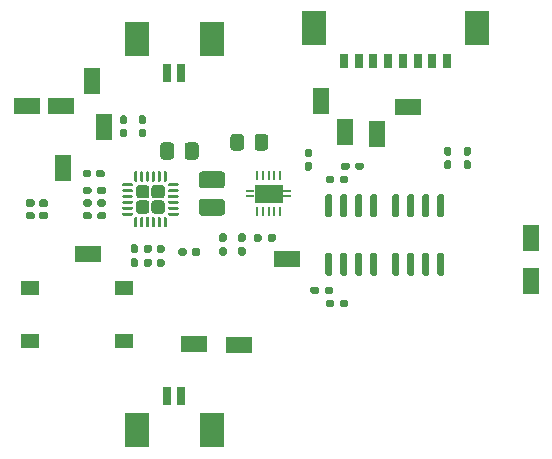
<source format=gbr>
%TF.GenerationSoftware,KiCad,Pcbnew,(5.1.12-1-10_14)*%
%TF.CreationDate,2022-02-15T12:54:36-08:00*%
%TF.ProjectId,g3_power,67335f70-6f77-4657-922e-6b696361645f,rev?*%
%TF.SameCoordinates,Original*%
%TF.FileFunction,Paste,Top*%
%TF.FilePolarity,Positive*%
%FSLAX46Y46*%
G04 Gerber Fmt 4.6, Leading zero omitted, Abs format (unit mm)*
G04 Created by KiCad (PCBNEW (5.1.12-1-10_14)) date 2022-02-15 12:54:36*
%MOMM*%
%LPD*%
G01*
G04 APERTURE LIST*
%ADD10R,1.400000X2.200000*%
%ADD11R,2.200000X1.400000*%
%ADD12R,0.700000X0.280000*%
%ADD13C,0.280000*%
%ADD14R,0.280000X0.710000*%
%ADD15R,2.400000X1.650000*%
%ADD16R,1.550000X1.300000*%
%ADD17R,0.800000X1.300000*%
%ADD18R,2.100000X3.000000*%
%ADD19R,0.800000X1.600000*%
G04 APERTURE END LIST*
D10*
%TO.C,TP104*%
X218025000Y-80900000D03*
%TD*%
%TO.C,TP115*%
X254200000Y-93900000D03*
%TD*%
D11*
%TO.C,TP114*%
X229500000Y-99300000D03*
%TD*%
%TO.C,TP113*%
X214400000Y-79100000D03*
%TD*%
%TO.C,TP112*%
X243800000Y-79200000D03*
%TD*%
%TO.C,TP111*%
X216725000Y-91600000D03*
%TD*%
D10*
%TO.C,TP110*%
X236450000Y-78700000D03*
%TD*%
%TO.C,TP109*%
X238450000Y-81250000D03*
%TD*%
%TO.C,TP108*%
X241175000Y-81450000D03*
%TD*%
D11*
%TO.C,TP107*%
X225700000Y-99200000D03*
%TD*%
D10*
%TO.C,TP106*%
X254200000Y-90300000D03*
%TD*%
D11*
%TO.C,TP105*%
X211550000Y-79100000D03*
%TD*%
D10*
%TO.C,TP103*%
X217075000Y-76950000D03*
%TD*%
%TO.C,TP102*%
X214625000Y-84325000D03*
%TD*%
D11*
%TO.C,TP101*%
X233525000Y-92075000D03*
%TD*%
%TO.C,C110*%
G36*
G01*
X247325000Y-83287500D02*
X247015000Y-83287500D01*
G75*
G02*
X246860000Y-83132500I0J155000D01*
G01*
X246860000Y-82707500D01*
G75*
G02*
X247015000Y-82552500I155000J0D01*
G01*
X247325000Y-82552500D01*
G75*
G02*
X247480000Y-82707500I0J-155000D01*
G01*
X247480000Y-83132500D01*
G75*
G02*
X247325000Y-83287500I-155000J0D01*
G01*
G37*
G36*
G01*
X247325000Y-84422500D02*
X247015000Y-84422500D01*
G75*
G02*
X246860000Y-84267500I0J155000D01*
G01*
X246860000Y-83842500D01*
G75*
G02*
X247015000Y-83687500I155000J0D01*
G01*
X247325000Y-83687500D01*
G75*
G02*
X247480000Y-83842500I0J-155000D01*
G01*
X247480000Y-84267500D01*
G75*
G02*
X247325000Y-84422500I-155000J0D01*
G01*
G37*
%TD*%
%TO.C,C109*%
G36*
G01*
X235525000Y-83440000D02*
X235215000Y-83440000D01*
G75*
G02*
X235060000Y-83285000I0J155000D01*
G01*
X235060000Y-82860000D01*
G75*
G02*
X235215000Y-82705000I155000J0D01*
G01*
X235525000Y-82705000D01*
G75*
G02*
X235680000Y-82860000I0J-155000D01*
G01*
X235680000Y-83285000D01*
G75*
G02*
X235525000Y-83440000I-155000J0D01*
G01*
G37*
G36*
G01*
X235525000Y-84575000D02*
X235215000Y-84575000D01*
G75*
G02*
X235060000Y-84420000I0J155000D01*
G01*
X235060000Y-83995000D01*
G75*
G02*
X235215000Y-83840000I155000J0D01*
G01*
X235525000Y-83840000D01*
G75*
G02*
X235680000Y-83995000I0J-155000D01*
G01*
X235680000Y-84420000D01*
G75*
G02*
X235525000Y-84575000I-155000J0D01*
G01*
G37*
%TD*%
%TO.C,C108*%
G36*
G01*
X248985000Y-83290000D02*
X248675000Y-83290000D01*
G75*
G02*
X248520000Y-83135000I0J155000D01*
G01*
X248520000Y-82710000D01*
G75*
G02*
X248675000Y-82555000I155000J0D01*
G01*
X248985000Y-82555000D01*
G75*
G02*
X249140000Y-82710000I0J-155000D01*
G01*
X249140000Y-83135000D01*
G75*
G02*
X248985000Y-83290000I-155000J0D01*
G01*
G37*
G36*
G01*
X248985000Y-84425000D02*
X248675000Y-84425000D01*
G75*
G02*
X248520000Y-84270000I0J155000D01*
G01*
X248520000Y-83845000D01*
G75*
G02*
X248675000Y-83690000I155000J0D01*
G01*
X248985000Y-83690000D01*
G75*
G02*
X249140000Y-83845000I0J-155000D01*
G01*
X249140000Y-84270000D01*
G75*
G02*
X248985000Y-84425000I-155000J0D01*
G01*
G37*
%TD*%
%TO.C,C107*%
G36*
G01*
X227985000Y-91017500D02*
X228295000Y-91017500D01*
G75*
G02*
X228450000Y-91172500I0J-155000D01*
G01*
X228450000Y-91597500D01*
G75*
G02*
X228295000Y-91752500I-155000J0D01*
G01*
X227985000Y-91752500D01*
G75*
G02*
X227830000Y-91597500I0J155000D01*
G01*
X227830000Y-91172500D01*
G75*
G02*
X227985000Y-91017500I155000J0D01*
G01*
G37*
G36*
G01*
X227985000Y-89882500D02*
X228295000Y-89882500D01*
G75*
G02*
X228450000Y-90037500I0J-155000D01*
G01*
X228450000Y-90462500D01*
G75*
G02*
X228295000Y-90617500I-155000J0D01*
G01*
X227985000Y-90617500D01*
G75*
G02*
X227830000Y-90462500I0J155000D01*
G01*
X227830000Y-90037500D01*
G75*
G02*
X227985000Y-89882500I155000J0D01*
G01*
G37*
%TD*%
%TO.C,C106*%
G36*
G01*
X229585000Y-91017500D02*
X229895000Y-91017500D01*
G75*
G02*
X230050000Y-91172500I0J-155000D01*
G01*
X230050000Y-91597500D01*
G75*
G02*
X229895000Y-91752500I-155000J0D01*
G01*
X229585000Y-91752500D01*
G75*
G02*
X229430000Y-91597500I0J155000D01*
G01*
X229430000Y-91172500D01*
G75*
G02*
X229585000Y-91017500I155000J0D01*
G01*
G37*
G36*
G01*
X229585000Y-89882500D02*
X229895000Y-89882500D01*
G75*
G02*
X230050000Y-90037500I0J-155000D01*
G01*
X230050000Y-90462500D01*
G75*
G02*
X229895000Y-90617500I-155000J0D01*
G01*
X229585000Y-90617500D01*
G75*
G02*
X229430000Y-90462500I0J155000D01*
G01*
X229430000Y-90037500D01*
G75*
G02*
X229585000Y-89882500I155000J0D01*
G01*
G37*
%TD*%
%TO.C,C105*%
G36*
G01*
X225482500Y-91605000D02*
X225482500Y-91295000D01*
G75*
G02*
X225637500Y-91140000I155000J0D01*
G01*
X226062500Y-91140000D01*
G75*
G02*
X226217500Y-91295000I0J-155000D01*
G01*
X226217500Y-91605000D01*
G75*
G02*
X226062500Y-91760000I-155000J0D01*
G01*
X225637500Y-91760000D01*
G75*
G02*
X225482500Y-91605000I0J155000D01*
G01*
G37*
G36*
G01*
X224347500Y-91605000D02*
X224347500Y-91295000D01*
G75*
G02*
X224502500Y-91140000I155000J0D01*
G01*
X224927500Y-91140000D01*
G75*
G02*
X225082500Y-91295000I0J-155000D01*
G01*
X225082500Y-91605000D01*
G75*
G02*
X224927500Y-91760000I-155000J0D01*
G01*
X224502500Y-91760000D01*
G75*
G02*
X224347500Y-91605000I0J155000D01*
G01*
G37*
%TD*%
%TO.C,C103*%
G36*
G01*
X221475000Y-80617500D02*
X221165000Y-80617500D01*
G75*
G02*
X221010000Y-80462500I0J155000D01*
G01*
X221010000Y-80037500D01*
G75*
G02*
X221165000Y-79882500I155000J0D01*
G01*
X221475000Y-79882500D01*
G75*
G02*
X221630000Y-80037500I0J-155000D01*
G01*
X221630000Y-80462500D01*
G75*
G02*
X221475000Y-80617500I-155000J0D01*
G01*
G37*
G36*
G01*
X221475000Y-81752500D02*
X221165000Y-81752500D01*
G75*
G02*
X221010000Y-81597500I0J155000D01*
G01*
X221010000Y-81172500D01*
G75*
G02*
X221165000Y-81017500I155000J0D01*
G01*
X221475000Y-81017500D01*
G75*
G02*
X221630000Y-81172500I0J-155000D01*
G01*
X221630000Y-81597500D01*
G75*
G02*
X221475000Y-81752500I-155000J0D01*
G01*
G37*
%TD*%
%TO.C,C102*%
G36*
G01*
X219875000Y-80617500D02*
X219565000Y-80617500D01*
G75*
G02*
X219410000Y-80462500I0J155000D01*
G01*
X219410000Y-80037500D01*
G75*
G02*
X219565000Y-79882500I155000J0D01*
G01*
X219875000Y-79882500D01*
G75*
G02*
X220030000Y-80037500I0J-155000D01*
G01*
X220030000Y-80462500D01*
G75*
G02*
X219875000Y-80617500I-155000J0D01*
G01*
G37*
G36*
G01*
X219875000Y-81752500D02*
X219565000Y-81752500D01*
G75*
G02*
X219410000Y-81597500I0J155000D01*
G01*
X219410000Y-81172500D01*
G75*
G02*
X219565000Y-81017500I155000J0D01*
G01*
X219875000Y-81017500D01*
G75*
G02*
X220030000Y-81172500I0J-155000D01*
G01*
X220030000Y-81597500D01*
G75*
G02*
X219875000Y-81752500I-155000J0D01*
G01*
G37*
%TD*%
%TO.C,C101*%
G36*
G01*
X216997500Y-84665000D02*
X216997500Y-84975000D01*
G75*
G02*
X216842500Y-85130000I-155000J0D01*
G01*
X216417500Y-85130000D01*
G75*
G02*
X216262500Y-84975000I0J155000D01*
G01*
X216262500Y-84665000D01*
G75*
G02*
X216417500Y-84510000I155000J0D01*
G01*
X216842500Y-84510000D01*
G75*
G02*
X216997500Y-84665000I0J-155000D01*
G01*
G37*
G36*
G01*
X218132500Y-84665000D02*
X218132500Y-84975000D01*
G75*
G02*
X217977500Y-85130000I-155000J0D01*
G01*
X217552500Y-85130000D01*
G75*
G02*
X217397500Y-84975000I0J155000D01*
G01*
X217397500Y-84665000D01*
G75*
G02*
X217552500Y-84510000I155000J0D01*
G01*
X217977500Y-84510000D01*
G75*
G02*
X218132500Y-84665000I0J-155000D01*
G01*
G37*
%TD*%
D12*
%TO.C,U102*%
X230450000Y-86250000D03*
D13*
X233000000Y-87690000D03*
X232500000Y-87690000D03*
X232000000Y-87690000D03*
X231500000Y-87690000D03*
D14*
X233000000Y-88040000D03*
X232500000Y-88040000D03*
X232000000Y-88040000D03*
X231500000Y-88040000D03*
D13*
X231000000Y-85310000D03*
X231500000Y-85310000D03*
X232000000Y-85310000D03*
X232500000Y-85310000D03*
D14*
X231000000Y-84960000D03*
X231500000Y-84960000D03*
X232000000Y-84960000D03*
X232500000Y-84960000D03*
X233000000Y-84960000D03*
D13*
X233000000Y-85310000D03*
D15*
X232000000Y-86500000D03*
D14*
X231000000Y-88040000D03*
D13*
X231000000Y-87690000D03*
D12*
X230450000Y-86750000D03*
X233550000Y-86750000D03*
X233550000Y-86250000D03*
%TD*%
%TO.C,U104*%
G36*
G01*
X246420000Y-91505000D02*
X246720000Y-91505000D01*
G75*
G02*
X246870000Y-91655000I0J-150000D01*
G01*
X246870000Y-93305000D01*
G75*
G02*
X246720000Y-93455000I-150000J0D01*
G01*
X246420000Y-93455000D01*
G75*
G02*
X246270000Y-93305000I0J150000D01*
G01*
X246270000Y-91655000D01*
G75*
G02*
X246420000Y-91505000I150000J0D01*
G01*
G37*
G36*
G01*
X245150000Y-91505000D02*
X245450000Y-91505000D01*
G75*
G02*
X245600000Y-91655000I0J-150000D01*
G01*
X245600000Y-93305000D01*
G75*
G02*
X245450000Y-93455000I-150000J0D01*
G01*
X245150000Y-93455000D01*
G75*
G02*
X245000000Y-93305000I0J150000D01*
G01*
X245000000Y-91655000D01*
G75*
G02*
X245150000Y-91505000I150000J0D01*
G01*
G37*
G36*
G01*
X243880000Y-91505000D02*
X244180000Y-91505000D01*
G75*
G02*
X244330000Y-91655000I0J-150000D01*
G01*
X244330000Y-93305000D01*
G75*
G02*
X244180000Y-93455000I-150000J0D01*
G01*
X243880000Y-93455000D01*
G75*
G02*
X243730000Y-93305000I0J150000D01*
G01*
X243730000Y-91655000D01*
G75*
G02*
X243880000Y-91505000I150000J0D01*
G01*
G37*
G36*
G01*
X242610000Y-91505000D02*
X242910000Y-91505000D01*
G75*
G02*
X243060000Y-91655000I0J-150000D01*
G01*
X243060000Y-93305000D01*
G75*
G02*
X242910000Y-93455000I-150000J0D01*
G01*
X242610000Y-93455000D01*
G75*
G02*
X242460000Y-93305000I0J150000D01*
G01*
X242460000Y-91655000D01*
G75*
G02*
X242610000Y-91505000I150000J0D01*
G01*
G37*
G36*
G01*
X242610000Y-86555000D02*
X242910000Y-86555000D01*
G75*
G02*
X243060000Y-86705000I0J-150000D01*
G01*
X243060000Y-88355000D01*
G75*
G02*
X242910000Y-88505000I-150000J0D01*
G01*
X242610000Y-88505000D01*
G75*
G02*
X242460000Y-88355000I0J150000D01*
G01*
X242460000Y-86705000D01*
G75*
G02*
X242610000Y-86555000I150000J0D01*
G01*
G37*
G36*
G01*
X243880000Y-86555000D02*
X244180000Y-86555000D01*
G75*
G02*
X244330000Y-86705000I0J-150000D01*
G01*
X244330000Y-88355000D01*
G75*
G02*
X244180000Y-88505000I-150000J0D01*
G01*
X243880000Y-88505000D01*
G75*
G02*
X243730000Y-88355000I0J150000D01*
G01*
X243730000Y-86705000D01*
G75*
G02*
X243880000Y-86555000I150000J0D01*
G01*
G37*
G36*
G01*
X245150000Y-86555000D02*
X245450000Y-86555000D01*
G75*
G02*
X245600000Y-86705000I0J-150000D01*
G01*
X245600000Y-88355000D01*
G75*
G02*
X245450000Y-88505000I-150000J0D01*
G01*
X245150000Y-88505000D01*
G75*
G02*
X245000000Y-88355000I0J150000D01*
G01*
X245000000Y-86705000D01*
G75*
G02*
X245150000Y-86555000I150000J0D01*
G01*
G37*
G36*
G01*
X246420000Y-86555000D02*
X246720000Y-86555000D01*
G75*
G02*
X246870000Y-86705000I0J-150000D01*
G01*
X246870000Y-88355000D01*
G75*
G02*
X246720000Y-88505000I-150000J0D01*
G01*
X246420000Y-88505000D01*
G75*
G02*
X246270000Y-88355000I0J150000D01*
G01*
X246270000Y-86705000D01*
G75*
G02*
X246420000Y-86555000I150000J0D01*
G01*
G37*
%TD*%
%TO.C,U103*%
G36*
G01*
X240755000Y-91500000D02*
X241055000Y-91500000D01*
G75*
G02*
X241205000Y-91650000I0J-150000D01*
G01*
X241205000Y-93300000D01*
G75*
G02*
X241055000Y-93450000I-150000J0D01*
G01*
X240755000Y-93450000D01*
G75*
G02*
X240605000Y-93300000I0J150000D01*
G01*
X240605000Y-91650000D01*
G75*
G02*
X240755000Y-91500000I150000J0D01*
G01*
G37*
G36*
G01*
X239485000Y-91500000D02*
X239785000Y-91500000D01*
G75*
G02*
X239935000Y-91650000I0J-150000D01*
G01*
X239935000Y-93300000D01*
G75*
G02*
X239785000Y-93450000I-150000J0D01*
G01*
X239485000Y-93450000D01*
G75*
G02*
X239335000Y-93300000I0J150000D01*
G01*
X239335000Y-91650000D01*
G75*
G02*
X239485000Y-91500000I150000J0D01*
G01*
G37*
G36*
G01*
X238215000Y-91500000D02*
X238515000Y-91500000D01*
G75*
G02*
X238665000Y-91650000I0J-150000D01*
G01*
X238665000Y-93300000D01*
G75*
G02*
X238515000Y-93450000I-150000J0D01*
G01*
X238215000Y-93450000D01*
G75*
G02*
X238065000Y-93300000I0J150000D01*
G01*
X238065000Y-91650000D01*
G75*
G02*
X238215000Y-91500000I150000J0D01*
G01*
G37*
G36*
G01*
X236945000Y-91500000D02*
X237245000Y-91500000D01*
G75*
G02*
X237395000Y-91650000I0J-150000D01*
G01*
X237395000Y-93300000D01*
G75*
G02*
X237245000Y-93450000I-150000J0D01*
G01*
X236945000Y-93450000D01*
G75*
G02*
X236795000Y-93300000I0J150000D01*
G01*
X236795000Y-91650000D01*
G75*
G02*
X236945000Y-91500000I150000J0D01*
G01*
G37*
G36*
G01*
X236945000Y-86550000D02*
X237245000Y-86550000D01*
G75*
G02*
X237395000Y-86700000I0J-150000D01*
G01*
X237395000Y-88350000D01*
G75*
G02*
X237245000Y-88500000I-150000J0D01*
G01*
X236945000Y-88500000D01*
G75*
G02*
X236795000Y-88350000I0J150000D01*
G01*
X236795000Y-86700000D01*
G75*
G02*
X236945000Y-86550000I150000J0D01*
G01*
G37*
G36*
G01*
X238215000Y-86550000D02*
X238515000Y-86550000D01*
G75*
G02*
X238665000Y-86700000I0J-150000D01*
G01*
X238665000Y-88350000D01*
G75*
G02*
X238515000Y-88500000I-150000J0D01*
G01*
X238215000Y-88500000D01*
G75*
G02*
X238065000Y-88350000I0J150000D01*
G01*
X238065000Y-86700000D01*
G75*
G02*
X238215000Y-86550000I150000J0D01*
G01*
G37*
G36*
G01*
X239485000Y-86550000D02*
X239785000Y-86550000D01*
G75*
G02*
X239935000Y-86700000I0J-150000D01*
G01*
X239935000Y-88350000D01*
G75*
G02*
X239785000Y-88500000I-150000J0D01*
G01*
X239485000Y-88500000D01*
G75*
G02*
X239335000Y-88350000I0J150000D01*
G01*
X239335000Y-86700000D01*
G75*
G02*
X239485000Y-86550000I150000J0D01*
G01*
G37*
G36*
G01*
X240755000Y-86550000D02*
X241055000Y-86550000D01*
G75*
G02*
X241205000Y-86700000I0J-150000D01*
G01*
X241205000Y-88350000D01*
G75*
G02*
X241055000Y-88500000I-150000J0D01*
G01*
X240755000Y-88500000D01*
G75*
G02*
X240605000Y-88350000I0J150000D01*
G01*
X240605000Y-86700000D01*
G75*
G02*
X240755000Y-86550000I150000J0D01*
G01*
G37*
%TD*%
%TO.C,U101*%
G36*
G01*
X222085000Y-87965000D02*
X222085000Y-87335000D01*
G75*
G02*
X222335000Y-87085000I250000J0D01*
G01*
X222965000Y-87085000D01*
G75*
G02*
X223215000Y-87335000I0J-250000D01*
G01*
X223215000Y-87965000D01*
G75*
G02*
X222965000Y-88215000I-250000J0D01*
G01*
X222335000Y-88215000D01*
G75*
G02*
X222085000Y-87965000I0J250000D01*
G01*
G37*
G36*
G01*
X222085000Y-86665000D02*
X222085000Y-86035000D01*
G75*
G02*
X222335000Y-85785000I250000J0D01*
G01*
X222965000Y-85785000D01*
G75*
G02*
X223215000Y-86035000I0J-250000D01*
G01*
X223215000Y-86665000D01*
G75*
G02*
X222965000Y-86915000I-250000J0D01*
G01*
X222335000Y-86915000D01*
G75*
G02*
X222085000Y-86665000I0J250000D01*
G01*
G37*
G36*
G01*
X220785000Y-87965000D02*
X220785000Y-87335000D01*
G75*
G02*
X221035000Y-87085000I250000J0D01*
G01*
X221665000Y-87085000D01*
G75*
G02*
X221915000Y-87335000I0J-250000D01*
G01*
X221915000Y-87965000D01*
G75*
G02*
X221665000Y-88215000I-250000J0D01*
G01*
X221035000Y-88215000D01*
G75*
G02*
X220785000Y-87965000I0J250000D01*
G01*
G37*
G36*
G01*
X220785000Y-86665000D02*
X220785000Y-86035000D01*
G75*
G02*
X221035000Y-85785000I250000J0D01*
G01*
X221665000Y-85785000D01*
G75*
G02*
X221915000Y-86035000I0J-250000D01*
G01*
X221915000Y-86665000D01*
G75*
G02*
X221665000Y-86915000I-250000J0D01*
G01*
X221035000Y-86915000D01*
G75*
G02*
X220785000Y-86665000I0J250000D01*
G01*
G37*
G36*
G01*
X220625000Y-85437500D02*
X220625000Y-84687500D01*
G75*
G02*
X220687500Y-84625000I62500J0D01*
G01*
X220812500Y-84625000D01*
G75*
G02*
X220875000Y-84687500I0J-62500D01*
G01*
X220875000Y-85437500D01*
G75*
G02*
X220812500Y-85500000I-62500J0D01*
G01*
X220687500Y-85500000D01*
G75*
G02*
X220625000Y-85437500I0J62500D01*
G01*
G37*
G36*
G01*
X221125000Y-85437500D02*
X221125000Y-84687500D01*
G75*
G02*
X221187500Y-84625000I62500J0D01*
G01*
X221312500Y-84625000D01*
G75*
G02*
X221375000Y-84687500I0J-62500D01*
G01*
X221375000Y-85437500D01*
G75*
G02*
X221312500Y-85500000I-62500J0D01*
G01*
X221187500Y-85500000D01*
G75*
G02*
X221125000Y-85437500I0J62500D01*
G01*
G37*
G36*
G01*
X221625000Y-85437500D02*
X221625000Y-84687500D01*
G75*
G02*
X221687500Y-84625000I62500J0D01*
G01*
X221812500Y-84625000D01*
G75*
G02*
X221875000Y-84687500I0J-62500D01*
G01*
X221875000Y-85437500D01*
G75*
G02*
X221812500Y-85500000I-62500J0D01*
G01*
X221687500Y-85500000D01*
G75*
G02*
X221625000Y-85437500I0J62500D01*
G01*
G37*
G36*
G01*
X222125000Y-85437500D02*
X222125000Y-84687500D01*
G75*
G02*
X222187500Y-84625000I62500J0D01*
G01*
X222312500Y-84625000D01*
G75*
G02*
X222375000Y-84687500I0J-62500D01*
G01*
X222375000Y-85437500D01*
G75*
G02*
X222312500Y-85500000I-62500J0D01*
G01*
X222187500Y-85500000D01*
G75*
G02*
X222125000Y-85437500I0J62500D01*
G01*
G37*
G36*
G01*
X222625000Y-85437500D02*
X222625000Y-84687500D01*
G75*
G02*
X222687500Y-84625000I62500J0D01*
G01*
X222812500Y-84625000D01*
G75*
G02*
X222875000Y-84687500I0J-62500D01*
G01*
X222875000Y-85437500D01*
G75*
G02*
X222812500Y-85500000I-62500J0D01*
G01*
X222687500Y-85500000D01*
G75*
G02*
X222625000Y-85437500I0J62500D01*
G01*
G37*
G36*
G01*
X223125000Y-85437500D02*
X223125000Y-84687500D01*
G75*
G02*
X223187500Y-84625000I62500J0D01*
G01*
X223312500Y-84625000D01*
G75*
G02*
X223375000Y-84687500I0J-62500D01*
G01*
X223375000Y-85437500D01*
G75*
G02*
X223312500Y-85500000I-62500J0D01*
G01*
X223187500Y-85500000D01*
G75*
G02*
X223125000Y-85437500I0J62500D01*
G01*
G37*
G36*
G01*
X223500000Y-85812500D02*
X223500000Y-85687500D01*
G75*
G02*
X223562500Y-85625000I62500J0D01*
G01*
X224312500Y-85625000D01*
G75*
G02*
X224375000Y-85687500I0J-62500D01*
G01*
X224375000Y-85812500D01*
G75*
G02*
X224312500Y-85875000I-62500J0D01*
G01*
X223562500Y-85875000D01*
G75*
G02*
X223500000Y-85812500I0J62500D01*
G01*
G37*
G36*
G01*
X223500000Y-86312500D02*
X223500000Y-86187500D01*
G75*
G02*
X223562500Y-86125000I62500J0D01*
G01*
X224312500Y-86125000D01*
G75*
G02*
X224375000Y-86187500I0J-62500D01*
G01*
X224375000Y-86312500D01*
G75*
G02*
X224312500Y-86375000I-62500J0D01*
G01*
X223562500Y-86375000D01*
G75*
G02*
X223500000Y-86312500I0J62500D01*
G01*
G37*
G36*
G01*
X223500000Y-86812500D02*
X223500000Y-86687500D01*
G75*
G02*
X223562500Y-86625000I62500J0D01*
G01*
X224312500Y-86625000D01*
G75*
G02*
X224375000Y-86687500I0J-62500D01*
G01*
X224375000Y-86812500D01*
G75*
G02*
X224312500Y-86875000I-62500J0D01*
G01*
X223562500Y-86875000D01*
G75*
G02*
X223500000Y-86812500I0J62500D01*
G01*
G37*
G36*
G01*
X223500000Y-87312500D02*
X223500000Y-87187500D01*
G75*
G02*
X223562500Y-87125000I62500J0D01*
G01*
X224312500Y-87125000D01*
G75*
G02*
X224375000Y-87187500I0J-62500D01*
G01*
X224375000Y-87312500D01*
G75*
G02*
X224312500Y-87375000I-62500J0D01*
G01*
X223562500Y-87375000D01*
G75*
G02*
X223500000Y-87312500I0J62500D01*
G01*
G37*
G36*
G01*
X223500000Y-87812500D02*
X223500000Y-87687500D01*
G75*
G02*
X223562500Y-87625000I62500J0D01*
G01*
X224312500Y-87625000D01*
G75*
G02*
X224375000Y-87687500I0J-62500D01*
G01*
X224375000Y-87812500D01*
G75*
G02*
X224312500Y-87875000I-62500J0D01*
G01*
X223562500Y-87875000D01*
G75*
G02*
X223500000Y-87812500I0J62500D01*
G01*
G37*
G36*
G01*
X223500000Y-88312500D02*
X223500000Y-88187500D01*
G75*
G02*
X223562500Y-88125000I62500J0D01*
G01*
X224312500Y-88125000D01*
G75*
G02*
X224375000Y-88187500I0J-62500D01*
G01*
X224375000Y-88312500D01*
G75*
G02*
X224312500Y-88375000I-62500J0D01*
G01*
X223562500Y-88375000D01*
G75*
G02*
X223500000Y-88312500I0J62500D01*
G01*
G37*
G36*
G01*
X223125000Y-89312500D02*
X223125000Y-88562500D01*
G75*
G02*
X223187500Y-88500000I62500J0D01*
G01*
X223312500Y-88500000D01*
G75*
G02*
X223375000Y-88562500I0J-62500D01*
G01*
X223375000Y-89312500D01*
G75*
G02*
X223312500Y-89375000I-62500J0D01*
G01*
X223187500Y-89375000D01*
G75*
G02*
X223125000Y-89312500I0J62500D01*
G01*
G37*
G36*
G01*
X222625000Y-89312500D02*
X222625000Y-88562500D01*
G75*
G02*
X222687500Y-88500000I62500J0D01*
G01*
X222812500Y-88500000D01*
G75*
G02*
X222875000Y-88562500I0J-62500D01*
G01*
X222875000Y-89312500D01*
G75*
G02*
X222812500Y-89375000I-62500J0D01*
G01*
X222687500Y-89375000D01*
G75*
G02*
X222625000Y-89312500I0J62500D01*
G01*
G37*
G36*
G01*
X222125000Y-89312500D02*
X222125000Y-88562500D01*
G75*
G02*
X222187500Y-88500000I62500J0D01*
G01*
X222312500Y-88500000D01*
G75*
G02*
X222375000Y-88562500I0J-62500D01*
G01*
X222375000Y-89312500D01*
G75*
G02*
X222312500Y-89375000I-62500J0D01*
G01*
X222187500Y-89375000D01*
G75*
G02*
X222125000Y-89312500I0J62500D01*
G01*
G37*
G36*
G01*
X221625000Y-89312500D02*
X221625000Y-88562500D01*
G75*
G02*
X221687500Y-88500000I62500J0D01*
G01*
X221812500Y-88500000D01*
G75*
G02*
X221875000Y-88562500I0J-62500D01*
G01*
X221875000Y-89312500D01*
G75*
G02*
X221812500Y-89375000I-62500J0D01*
G01*
X221687500Y-89375000D01*
G75*
G02*
X221625000Y-89312500I0J62500D01*
G01*
G37*
G36*
G01*
X221125000Y-89312500D02*
X221125000Y-88562500D01*
G75*
G02*
X221187500Y-88500000I62500J0D01*
G01*
X221312500Y-88500000D01*
G75*
G02*
X221375000Y-88562500I0J-62500D01*
G01*
X221375000Y-89312500D01*
G75*
G02*
X221312500Y-89375000I-62500J0D01*
G01*
X221187500Y-89375000D01*
G75*
G02*
X221125000Y-89312500I0J62500D01*
G01*
G37*
G36*
G01*
X220625000Y-89312500D02*
X220625000Y-88562500D01*
G75*
G02*
X220687500Y-88500000I62500J0D01*
G01*
X220812500Y-88500000D01*
G75*
G02*
X220875000Y-88562500I0J-62500D01*
G01*
X220875000Y-89312500D01*
G75*
G02*
X220812500Y-89375000I-62500J0D01*
G01*
X220687500Y-89375000D01*
G75*
G02*
X220625000Y-89312500I0J62500D01*
G01*
G37*
G36*
G01*
X219625000Y-88312500D02*
X219625000Y-88187500D01*
G75*
G02*
X219687500Y-88125000I62500J0D01*
G01*
X220437500Y-88125000D01*
G75*
G02*
X220500000Y-88187500I0J-62500D01*
G01*
X220500000Y-88312500D01*
G75*
G02*
X220437500Y-88375000I-62500J0D01*
G01*
X219687500Y-88375000D01*
G75*
G02*
X219625000Y-88312500I0J62500D01*
G01*
G37*
G36*
G01*
X219625000Y-87812500D02*
X219625000Y-87687500D01*
G75*
G02*
X219687500Y-87625000I62500J0D01*
G01*
X220437500Y-87625000D01*
G75*
G02*
X220500000Y-87687500I0J-62500D01*
G01*
X220500000Y-87812500D01*
G75*
G02*
X220437500Y-87875000I-62500J0D01*
G01*
X219687500Y-87875000D01*
G75*
G02*
X219625000Y-87812500I0J62500D01*
G01*
G37*
G36*
G01*
X219625000Y-87312500D02*
X219625000Y-87187500D01*
G75*
G02*
X219687500Y-87125000I62500J0D01*
G01*
X220437500Y-87125000D01*
G75*
G02*
X220500000Y-87187500I0J-62500D01*
G01*
X220500000Y-87312500D01*
G75*
G02*
X220437500Y-87375000I-62500J0D01*
G01*
X219687500Y-87375000D01*
G75*
G02*
X219625000Y-87312500I0J62500D01*
G01*
G37*
G36*
G01*
X219625000Y-86812500D02*
X219625000Y-86687500D01*
G75*
G02*
X219687500Y-86625000I62500J0D01*
G01*
X220437500Y-86625000D01*
G75*
G02*
X220500000Y-86687500I0J-62500D01*
G01*
X220500000Y-86812500D01*
G75*
G02*
X220437500Y-86875000I-62500J0D01*
G01*
X219687500Y-86875000D01*
G75*
G02*
X219625000Y-86812500I0J62500D01*
G01*
G37*
G36*
G01*
X219625000Y-86312500D02*
X219625000Y-86187500D01*
G75*
G02*
X219687500Y-86125000I62500J0D01*
G01*
X220437500Y-86125000D01*
G75*
G02*
X220500000Y-86187500I0J-62500D01*
G01*
X220500000Y-86312500D01*
G75*
G02*
X220437500Y-86375000I-62500J0D01*
G01*
X219687500Y-86375000D01*
G75*
G02*
X219625000Y-86312500I0J62500D01*
G01*
G37*
G36*
G01*
X219625000Y-85812500D02*
X219625000Y-85687500D01*
G75*
G02*
X219687500Y-85625000I62500J0D01*
G01*
X220437500Y-85625000D01*
G75*
G02*
X220500000Y-85687500I0J-62500D01*
G01*
X220500000Y-85812500D01*
G75*
G02*
X220437500Y-85875000I-62500J0D01*
G01*
X219687500Y-85875000D01*
G75*
G02*
X219625000Y-85812500I0J62500D01*
G01*
G37*
%TD*%
D16*
%TO.C,SW101*%
X211800000Y-94500000D03*
X219750000Y-94500000D03*
X211800000Y-99000000D03*
X219750000Y-99000000D03*
%TD*%
%TO.C,R110*%
G36*
G01*
X238040000Y-95960000D02*
X238040000Y-95640000D01*
G75*
G02*
X238200000Y-95480000I160000J0D01*
G01*
X238595000Y-95480000D01*
G75*
G02*
X238755000Y-95640000I0J-160000D01*
G01*
X238755000Y-95960000D01*
G75*
G02*
X238595000Y-96120000I-160000J0D01*
G01*
X238200000Y-96120000D01*
G75*
G02*
X238040000Y-95960000I0J160000D01*
G01*
G37*
G36*
G01*
X236845000Y-95960000D02*
X236845000Y-95640000D01*
G75*
G02*
X237005000Y-95480000I160000J0D01*
G01*
X237400000Y-95480000D01*
G75*
G02*
X237560000Y-95640000I0J-160000D01*
G01*
X237560000Y-95960000D01*
G75*
G02*
X237400000Y-96120000I-160000J0D01*
G01*
X237005000Y-96120000D01*
G75*
G02*
X236845000Y-95960000I0J160000D01*
G01*
G37*
%TD*%
%TO.C,R109*%
G36*
G01*
X236742500Y-94860000D02*
X236742500Y-94540000D01*
G75*
G02*
X236902500Y-94380000I160000J0D01*
G01*
X237297500Y-94380000D01*
G75*
G02*
X237457500Y-94540000I0J-160000D01*
G01*
X237457500Y-94860000D01*
G75*
G02*
X237297500Y-95020000I-160000J0D01*
G01*
X236902500Y-95020000D01*
G75*
G02*
X236742500Y-94860000I0J160000D01*
G01*
G37*
G36*
G01*
X235547500Y-94860000D02*
X235547500Y-94540000D01*
G75*
G02*
X235707500Y-94380000I160000J0D01*
G01*
X236102500Y-94380000D01*
G75*
G02*
X236262500Y-94540000I0J-160000D01*
G01*
X236262500Y-94860000D01*
G75*
G02*
X236102500Y-95020000I-160000J0D01*
G01*
X235707500Y-95020000D01*
G75*
G02*
X235547500Y-94860000I0J160000D01*
G01*
G37*
%TD*%
%TO.C,R108*%
G36*
G01*
X239340000Y-84360000D02*
X239340000Y-84040000D01*
G75*
G02*
X239500000Y-83880000I160000J0D01*
G01*
X239895000Y-83880000D01*
G75*
G02*
X240055000Y-84040000I0J-160000D01*
G01*
X240055000Y-84360000D01*
G75*
G02*
X239895000Y-84520000I-160000J0D01*
G01*
X239500000Y-84520000D01*
G75*
G02*
X239340000Y-84360000I0J160000D01*
G01*
G37*
G36*
G01*
X238145000Y-84360000D02*
X238145000Y-84040000D01*
G75*
G02*
X238305000Y-83880000I160000J0D01*
G01*
X238700000Y-83880000D01*
G75*
G02*
X238860000Y-84040000I0J-160000D01*
G01*
X238860000Y-84360000D01*
G75*
G02*
X238700000Y-84520000I-160000J0D01*
G01*
X238305000Y-84520000D01*
G75*
G02*
X238145000Y-84360000I0J160000D01*
G01*
G37*
%TD*%
%TO.C,R107*%
G36*
G01*
X238042500Y-85460000D02*
X238042500Y-85140000D01*
G75*
G02*
X238202500Y-84980000I160000J0D01*
G01*
X238597500Y-84980000D01*
G75*
G02*
X238757500Y-85140000I0J-160000D01*
G01*
X238757500Y-85460000D01*
G75*
G02*
X238597500Y-85620000I-160000J0D01*
G01*
X238202500Y-85620000D01*
G75*
G02*
X238042500Y-85460000I0J160000D01*
G01*
G37*
G36*
G01*
X236847500Y-85460000D02*
X236847500Y-85140000D01*
G75*
G02*
X237007500Y-84980000I160000J0D01*
G01*
X237402500Y-84980000D01*
G75*
G02*
X237562500Y-85140000I0J-160000D01*
G01*
X237562500Y-85460000D01*
G75*
G02*
X237402500Y-85620000I-160000J0D01*
G01*
X237007500Y-85620000D01*
G75*
G02*
X236847500Y-85460000I0J160000D01*
G01*
G37*
%TD*%
%TO.C,R106*%
G36*
G01*
X231927500Y-90420000D02*
X231927500Y-90100000D01*
G75*
G02*
X232087500Y-89940000I160000J0D01*
G01*
X232482500Y-89940000D01*
G75*
G02*
X232642500Y-90100000I0J-160000D01*
G01*
X232642500Y-90420000D01*
G75*
G02*
X232482500Y-90580000I-160000J0D01*
G01*
X232087500Y-90580000D01*
G75*
G02*
X231927500Y-90420000I0J160000D01*
G01*
G37*
G36*
G01*
X230732500Y-90420000D02*
X230732500Y-90100000D01*
G75*
G02*
X230892500Y-89940000I160000J0D01*
G01*
X231287500Y-89940000D01*
G75*
G02*
X231447500Y-90100000I0J-160000D01*
G01*
X231447500Y-90420000D01*
G75*
G02*
X231287500Y-90580000I-160000J0D01*
G01*
X230892500Y-90580000D01*
G75*
G02*
X230732500Y-90420000I0J160000D01*
G01*
G37*
%TD*%
%TO.C,R105*%
G36*
G01*
X217492500Y-86400000D02*
X217492500Y-86080000D01*
G75*
G02*
X217652500Y-85920000I160000J0D01*
G01*
X218047500Y-85920000D01*
G75*
G02*
X218207500Y-86080000I0J-160000D01*
G01*
X218207500Y-86400000D01*
G75*
G02*
X218047500Y-86560000I-160000J0D01*
G01*
X217652500Y-86560000D01*
G75*
G02*
X217492500Y-86400000I0J160000D01*
G01*
G37*
G36*
G01*
X216297500Y-86400000D02*
X216297500Y-86080000D01*
G75*
G02*
X216457500Y-85920000I160000J0D01*
G01*
X216852500Y-85920000D01*
G75*
G02*
X217012500Y-86080000I0J-160000D01*
G01*
X217012500Y-86400000D01*
G75*
G02*
X216852500Y-86560000I-160000J0D01*
G01*
X216457500Y-86560000D01*
G75*
G02*
X216297500Y-86400000I0J160000D01*
G01*
G37*
%TD*%
%TO.C,R104*%
G36*
G01*
X220800000Y-91520000D02*
X220480000Y-91520000D01*
G75*
G02*
X220320000Y-91360000I0J160000D01*
G01*
X220320000Y-90965000D01*
G75*
G02*
X220480000Y-90805000I160000J0D01*
G01*
X220800000Y-90805000D01*
G75*
G02*
X220960000Y-90965000I0J-160000D01*
G01*
X220960000Y-91360000D01*
G75*
G02*
X220800000Y-91520000I-160000J0D01*
G01*
G37*
G36*
G01*
X220800000Y-92715000D02*
X220480000Y-92715000D01*
G75*
G02*
X220320000Y-92555000I0J160000D01*
G01*
X220320000Y-92160000D01*
G75*
G02*
X220480000Y-92000000I160000J0D01*
G01*
X220800000Y-92000000D01*
G75*
G02*
X220960000Y-92160000I0J-160000D01*
G01*
X220960000Y-92555000D01*
G75*
G02*
X220800000Y-92715000I-160000J0D01*
G01*
G37*
%TD*%
%TO.C,R103*%
G36*
G01*
X221620000Y-92020000D02*
X221940000Y-92020000D01*
G75*
G02*
X222100000Y-92180000I0J-160000D01*
G01*
X222100000Y-92575000D01*
G75*
G02*
X221940000Y-92735000I-160000J0D01*
G01*
X221620000Y-92735000D01*
G75*
G02*
X221460000Y-92575000I0J160000D01*
G01*
X221460000Y-92180000D01*
G75*
G02*
X221620000Y-92020000I160000J0D01*
G01*
G37*
G36*
G01*
X221620000Y-90825000D02*
X221940000Y-90825000D01*
G75*
G02*
X222100000Y-90985000I0J-160000D01*
G01*
X222100000Y-91380000D01*
G75*
G02*
X221940000Y-91540000I-160000J0D01*
G01*
X221620000Y-91540000D01*
G75*
G02*
X221460000Y-91380000I0J160000D01*
G01*
X221460000Y-90985000D01*
G75*
G02*
X221620000Y-90825000I160000J0D01*
G01*
G37*
%TD*%
%TO.C,R102*%
G36*
G01*
X223030000Y-91557500D02*
X222710000Y-91557500D01*
G75*
G02*
X222550000Y-91397500I0J160000D01*
G01*
X222550000Y-91002500D01*
G75*
G02*
X222710000Y-90842500I160000J0D01*
G01*
X223030000Y-90842500D01*
G75*
G02*
X223190000Y-91002500I0J-160000D01*
G01*
X223190000Y-91397500D01*
G75*
G02*
X223030000Y-91557500I-160000J0D01*
G01*
G37*
G36*
G01*
X223030000Y-92752500D02*
X222710000Y-92752500D01*
G75*
G02*
X222550000Y-92592500I0J160000D01*
G01*
X222550000Y-92197500D01*
G75*
G02*
X222710000Y-92037500I160000J0D01*
G01*
X223030000Y-92037500D01*
G75*
G02*
X223190000Y-92197500I0J-160000D01*
G01*
X223190000Y-92592500D01*
G75*
G02*
X223030000Y-92752500I-160000J0D01*
G01*
G37*
%TD*%
%TO.C,R101*%
G36*
G01*
X217492500Y-87470000D02*
X217492500Y-87150000D01*
G75*
G02*
X217652500Y-86990000I160000J0D01*
G01*
X218047500Y-86990000D01*
G75*
G02*
X218207500Y-87150000I0J-160000D01*
G01*
X218207500Y-87470000D01*
G75*
G02*
X218047500Y-87630000I-160000J0D01*
G01*
X217652500Y-87630000D01*
G75*
G02*
X217492500Y-87470000I0J160000D01*
G01*
G37*
G36*
G01*
X216297500Y-87470000D02*
X216297500Y-87150000D01*
G75*
G02*
X216457500Y-86990000I160000J0D01*
G01*
X216852500Y-86990000D01*
G75*
G02*
X217012500Y-87150000I0J-160000D01*
G01*
X217012500Y-87470000D01*
G75*
G02*
X216852500Y-87630000I-160000J0D01*
G01*
X216457500Y-87630000D01*
G75*
G02*
X216297500Y-87470000I0J160000D01*
G01*
G37*
%TD*%
%TO.C,R100*%
G36*
G01*
X217500000Y-88530000D02*
X217500000Y-88210000D01*
G75*
G02*
X217660000Y-88050000I160000J0D01*
G01*
X218055000Y-88050000D01*
G75*
G02*
X218215000Y-88210000I0J-160000D01*
G01*
X218215000Y-88530000D01*
G75*
G02*
X218055000Y-88690000I-160000J0D01*
G01*
X217660000Y-88690000D01*
G75*
G02*
X217500000Y-88530000I0J160000D01*
G01*
G37*
G36*
G01*
X216305000Y-88530000D02*
X216305000Y-88210000D01*
G75*
G02*
X216465000Y-88050000I160000J0D01*
G01*
X216860000Y-88050000D01*
G75*
G02*
X217020000Y-88210000I0J-160000D01*
G01*
X217020000Y-88530000D01*
G75*
G02*
X216860000Y-88690000I-160000J0D01*
G01*
X216465000Y-88690000D01*
G75*
G02*
X216305000Y-88530000I0J160000D01*
G01*
G37*
%TD*%
%TO.C,L102*%
G36*
G01*
X230815000Y-82610001D02*
X230815000Y-81709999D01*
G75*
G02*
X231064999Y-81460000I249999J0D01*
G01*
X231715001Y-81460000D01*
G75*
G02*
X231965000Y-81709999I0J-249999D01*
G01*
X231965000Y-82610001D01*
G75*
G02*
X231715001Y-82860000I-249999J0D01*
G01*
X231064999Y-82860000D01*
G75*
G02*
X230815000Y-82610001I0J249999D01*
G01*
G37*
G36*
G01*
X228765000Y-82610001D02*
X228765000Y-81709999D01*
G75*
G02*
X229014999Y-81460000I249999J0D01*
G01*
X229665001Y-81460000D01*
G75*
G02*
X229915000Y-81709999I0J-249999D01*
G01*
X229915000Y-82610001D01*
G75*
G02*
X229665001Y-82860000I-249999J0D01*
G01*
X229014999Y-82860000D01*
G75*
G02*
X228765000Y-82610001I0J249999D01*
G01*
G37*
%TD*%
%TO.C,L101*%
G36*
G01*
X226350000Y-86952500D02*
X228050000Y-86952500D01*
G75*
G02*
X228300000Y-87202500I0J-250000D01*
G01*
X228300000Y-88127500D01*
G75*
G02*
X228050000Y-88377500I-250000J0D01*
G01*
X226350000Y-88377500D01*
G75*
G02*
X226100000Y-88127500I0J250000D01*
G01*
X226100000Y-87202500D01*
G75*
G02*
X226350000Y-86952500I250000J0D01*
G01*
G37*
G36*
G01*
X226350000Y-84627500D02*
X228050000Y-84627500D01*
G75*
G02*
X228300000Y-84877500I0J-250000D01*
G01*
X228300000Y-85802500D01*
G75*
G02*
X228050000Y-86052500I-250000J0D01*
G01*
X226350000Y-86052500D01*
G75*
G02*
X226100000Y-85802500I0J250000D01*
G01*
X226100000Y-84877500D01*
G75*
G02*
X226350000Y-84627500I250000J0D01*
G01*
G37*
%TD*%
D17*
%TO.C,J103*%
X247125000Y-75258000D03*
X245875000Y-75258000D03*
X244625000Y-75258000D03*
X243375000Y-75258000D03*
X242125000Y-75258000D03*
X240875000Y-75258000D03*
X239625000Y-75258000D03*
X238375000Y-75258000D03*
D18*
X249675000Y-72508000D03*
X235825000Y-72508000D03*
%TD*%
D19*
%TO.C,J102*%
X223375000Y-103650000D03*
X224625000Y-103650000D03*
D18*
X220825000Y-106550000D03*
X227175000Y-106550000D03*
%TD*%
D19*
%TO.C,J101*%
X224625000Y-76300000D03*
X223375000Y-76300000D03*
D18*
X227175000Y-73400000D03*
X220825000Y-73400000D03*
%TD*%
%TO.C,D101*%
G36*
G01*
X212190000Y-87160000D02*
X212190000Y-87480000D01*
G75*
G02*
X212030000Y-87640000I-160000J0D01*
G01*
X211585000Y-87640000D01*
G75*
G02*
X211425000Y-87480000I0J160000D01*
G01*
X211425000Y-87160000D01*
G75*
G02*
X211585000Y-87000000I160000J0D01*
G01*
X212030000Y-87000000D01*
G75*
G02*
X212190000Y-87160000I0J-160000D01*
G01*
G37*
G36*
G01*
X213335000Y-87160000D02*
X213335000Y-87480000D01*
G75*
G02*
X213175000Y-87640000I-160000J0D01*
G01*
X212730000Y-87640000D01*
G75*
G02*
X212570000Y-87480000I0J160000D01*
G01*
X212570000Y-87160000D01*
G75*
G02*
X212730000Y-87000000I160000J0D01*
G01*
X213175000Y-87000000D01*
G75*
G02*
X213335000Y-87160000I0J-160000D01*
G01*
G37*
%TD*%
%TO.C,D102*%
G36*
G01*
X212197500Y-88210000D02*
X212197500Y-88530000D01*
G75*
G02*
X212037500Y-88690000I-160000J0D01*
G01*
X211592500Y-88690000D01*
G75*
G02*
X211432500Y-88530000I0J160000D01*
G01*
X211432500Y-88210000D01*
G75*
G02*
X211592500Y-88050000I160000J0D01*
G01*
X212037500Y-88050000D01*
G75*
G02*
X212197500Y-88210000I0J-160000D01*
G01*
G37*
G36*
G01*
X213342500Y-88210000D02*
X213342500Y-88530000D01*
G75*
G02*
X213182500Y-88690000I-160000J0D01*
G01*
X212737500Y-88690000D01*
G75*
G02*
X212577500Y-88530000I0J160000D01*
G01*
X212577500Y-88210000D01*
G75*
G02*
X212737500Y-88050000I160000J0D01*
G01*
X213182500Y-88050000D01*
G75*
G02*
X213342500Y-88210000I0J-160000D01*
G01*
G37*
%TD*%
%TO.C,C104*%
G36*
G01*
X224897500Y-83375000D02*
X224897500Y-82425000D01*
G75*
G02*
X225147500Y-82175000I250000J0D01*
G01*
X225822500Y-82175000D01*
G75*
G02*
X226072500Y-82425000I0J-250000D01*
G01*
X226072500Y-83375000D01*
G75*
G02*
X225822500Y-83625000I-250000J0D01*
G01*
X225147500Y-83625000D01*
G75*
G02*
X224897500Y-83375000I0J250000D01*
G01*
G37*
G36*
G01*
X222822500Y-83375000D02*
X222822500Y-82425000D01*
G75*
G02*
X223072500Y-82175000I250000J0D01*
G01*
X223747500Y-82175000D01*
G75*
G02*
X223997500Y-82425000I0J-250000D01*
G01*
X223997500Y-83375000D01*
G75*
G02*
X223747500Y-83625000I-250000J0D01*
G01*
X223072500Y-83625000D01*
G75*
G02*
X222822500Y-83375000I0J250000D01*
G01*
G37*
%TD*%
M02*

</source>
